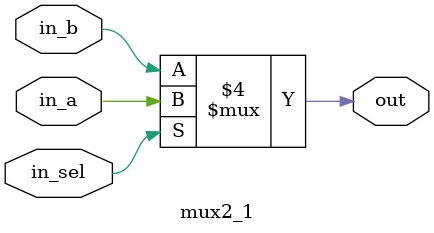
<source format=v>
module mux2_1 (
    input  wire [0:0] in_a,
    input  wire [0:0] in_b,
    input  wire [0:0] in_sel,
    output  reg [0:0] out
);

always @(*) begin
    if(in_sel == 1)
        out = in_a;
    else
        out = in_b;
end
    
endmodule
</source>
